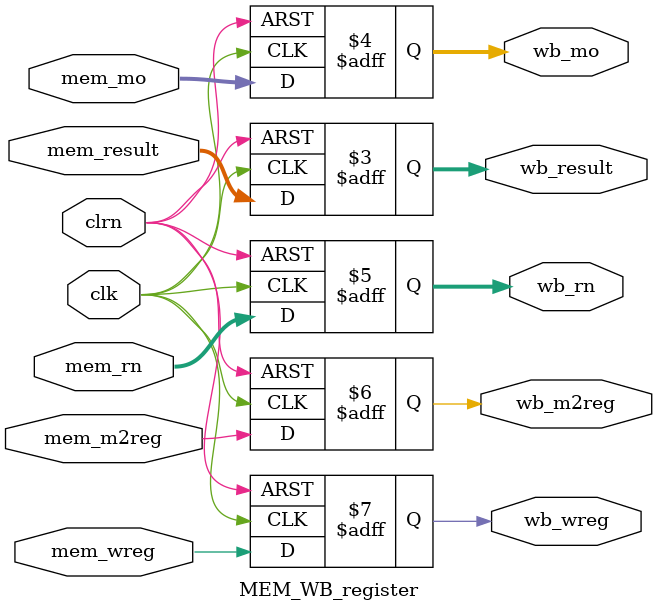
<source format=v>
`timescale 1ns / 1ps
module MEM_WB_register(mem_result,mem_mo,mem_m2reg,mem_wreg,mem_rn,clk,clrn,
								wb_result,wb_mo,wb_m2reg,wb_wreg,wb_rn
    );
	 input [31:0] mem_result,mem_mo;     // mem_result-alu¼ÆËã½á¹û,mem_mo-´æ´¢Æ÷Öµ
	 input [4:0] mem_rn;                 // mem_rn-Ð´»Ø¼Ä´æÆ÷ºÅ
	 input mem_m2reg,mem_wreg;           // mem_m2reg-Ñ¡ÔñÐÅºÅalu¼ÆËã½á¹û»ò´æ´¢Æ÷ÄÚÈÝ,mem_wreg-Ð´¼Ä´æÆ÷ÐÅºÅ
	 
	 input clk,clrn;                     // clk-Ê±ÖÓÐÅºÅ£»clrn-¸´Î»ÐÅºÅ£»
	 // wb½×¶Î¶ÔÓ¦ÐÅºÅ
	 output [31:0] wb_result,wb_mo;
	 output [4:0] wb_rn;
	 output wb_m2reg,wb_wreg;
	 
	 reg [31:0] wb_result,wb_mo;
	 reg [4:0] wb_rn;
	 reg wb_m2reg,wb_wreg;
	 always@(posedge clk or negedge clrn)
		if(clrn == 0)                     // ÖÃÎ»ÐÅºÅÎª0£¬Ôò½«¼Ä´æÆ÷ÖÐµÄÐÅºÅÇåÁã£¬·ñÔò½«exe½×¶ÎµÄÐÅºÅ¸³Öµ¸øwb½×¶ÎÏàÓ¦×Ö¶Î
			begin                 
				wb_result<=0;
				wb_mo<=0;
				wb_m2reg<=0;
				wb_wreg<=0;
				wb_rn<=0;
			end
		else
			begin
				wb_result<=mem_result;
				wb_mo<=mem_mo;
				wb_m2reg<=mem_m2reg;
				wb_wreg<=mem_wreg;
				wb_rn<=mem_rn;
			end


endmodule

</source>
